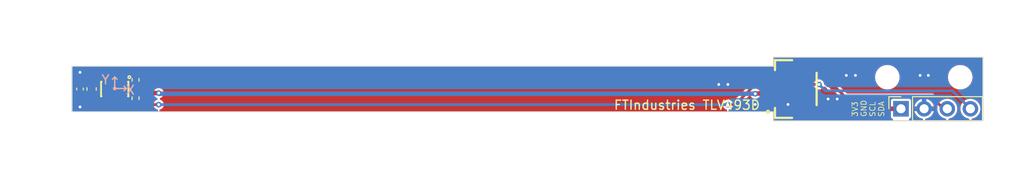
<source format=kicad_pcb>
(kicad_pcb (version 20240108) (generator "pcbnew") (generator_version "8.0")
  (layers (0 "F.Cu" signal) (31 "B.Cu" signal) (34 "B.Paste" user) (35 "F.Paste" user) (36 "B.SilkS" user "B.Silkscreen") (37 "F.SilkS" user "F.Silkscreen") (38 "B.Mask" user) (39 "F.Mask" user) (44 "Edge.Cuts" user))
  (net 0 "")
  (net 1 "+3V3")
  (net 2 "GND")
  (net 3 "/SCL")
  (net 4 "/SDA")
  (footprint "Connector_PinSocket_2.54mm:PinSocket_1x04_P2.54mm_Vertical" (layer "F.Cu") (at 226 109.675 90)
    (property "Reference" "J1" (hide yes))
    (property "Value" "Conn_01x04_Pin")
    (fp_line (start 1.33 -1.33) (end 1.33 0) (stroke (width 0.12)) (layer "F.SilkS"))
    (fp_line (start 0 -1.33) (end 1.33 -1.33) (stroke (width 0.12)) (layer "F.SilkS"))
    (fp_line (start 1.33 1.27) (end 1.33 8.95) (stroke (width 0.12)) (layer "F.SilkS"))
    (fp_line (start -1.33 1.27) (end 1.33 1.27) (stroke (width 0.12)) (layer "F.SilkS"))
    (fp_line (start -1.33 1.27) (end -1.33 8.95) (stroke (width 0.12)) (layer "F.SilkS"))
    (fp_line (start -1.33 8.95) (end 1.33 8.95) (stroke (width 0.12)) (layer "F.SilkS"))
    (pad "1" thru_hole rect (at 0 0 90) (size 1.7 1.7) (drill 1) (layers "*.Cu" "*.Mask") (net 1 "+3V3"))
    (pad "2" thru_hole oval (at 0 2.54 90) (size 1.7 1.7) (drill 1) (layers "*.Cu" "*.Mask") (net 2 "GND"))
    (pad "3" thru_hole oval (at 0 5.08 90) (size 1.7 1.7) (drill 1) (layers "*.Cu" "*.Mask") (net 3 "/SCL"))
    (pad "4" thru_hole oval (at 0 7.62 90) (size 1.7 1.7) (drill 1) (layers "*.Cu" "*.Mask") (net 4 "/SDA"))
  )
  (footprint "MountingHole:MountingHole_2.2mm_M2" (layer "F.Cu") (at 232.5 106.2)
    (property "Reference" "H2" (hide yes))
    (property "Value" "MountingHole")
    (pad "" np_thru_hole circle (at 0 0) (size 2.2 2.2) (drill 2.2) (layers "*.Cu" "*.Mask"))
  )
  (footprint "Capacitor_SMD:C_0402_1005Metric" (layer "F.Cu") (at 135.89 107.5 90)
    (property "Reference" "C2" (hide yes))
    (property "Value" "100n")
    (fp_line (start -0.107836 -0.36) (end 0.107836 -0.36) (stroke (width 0.12)) (layer "F.SilkS"))
    (fp_line (start -0.107836 0.36) (end 0.107836 0.36) (stroke (width 0.12)) (layer "F.SilkS"))
    (pad "1" smd roundrect (at -0.48 0 90) (size 0.56 0.62) (layers "F.Cu" "F.Paste" "F.Mask") (net 1 "+3V3"))
    (pad "2" smd roundrect (at 0.48 0 90) (size 0.56 0.62) (layers "F.Cu" "F.Paste" "F.Mask") (net 2 "GND"))
  )
  (footprint "TLV493D-rod:SOP-6_L3.0-W1.5-P0.95-LS2.5-BR" (layer "F.Cu") (at 139.7 107.5 90)
    (property "Reference" "U1" (hide yes))
    (property "Value" "TLV493D")
    (fp_line (start 0.8 -1.5) (end 0.8 -1.45) (stroke (width 0.2)) (layer "F.SilkS"))
    (fp_line (start -0.8 -1.5) (end 0.8 -1.5) (stroke (width 0.2)) (layer "F.SilkS"))
    (fp_line (start -0.8 -1.45) (end -0.8 -1.5) (stroke (width 0.2)) (layer "F.SilkS"))
    (fp_line (start 0.8 1.45) (end 0.8 1.5) (stroke (width 0.2)) (layer "F.SilkS"))
    (fp_line (start 0.8 1.5) (end -0.8 1.5) (stroke (width 0.2)) (layer "F.SilkS"))
    (fp_line (start -0.8 1.5) (end -0.8 1.45) (stroke (width 0.2)) (layer "F.SilkS"))
    (fp_circle (center 1.3 1.6) (end 1.44 1.6) (stroke (width 0.15)) (fill none) (layer "F.SilkS"))
    (pad "1" smd rect (at 1.2 0.95 270) (size 1.3 0.55) (layers "F.Cu" "F.Paste" "F.Mask") (net 3 "/SCL"))
    (pad "2" smd rect (at 1.2 0 270) (size 1.3 0.55) (layers "F.Cu" "F.Paste" "F.Mask") (net 2 "GND"))
    (pad "3" smd rect (at 1.2 -0.95 270) (size 1.3 0.55) (layers "F.Cu" "F.Paste" "F.Mask") (net 2 "GND"))
    (pad "4" smd rect (at -1.19 -0.95 270) (size 1.3 0.55) (layers "F.Cu" "F.Paste" "F.Mask") (net 1 "+3V3"))
    (pad "5" smd rect (at -1.2 0 270) (size 1.3 0.55) (layers "F.Cu" "F.Paste" "F.Mask") (net 2 "GND"))
    (pad "6" smd rect (at -1.19 0.95 270) (size 1.3 0.55) (layers "F.Cu" "F.Paste" "F.Mask") (net 4 "/SDA"))
  )
  (footprint "MountingHole:MountingHole_2.2mm_M2" (layer "F.Cu") (at 224.5 106.2)
    (property "Reference" "H1" (hide yes))
    (property "Value" "MountingHole")
    (pad "" np_thru_hole circle (at 0 0) (size 2.2 2.2) (drill 2.2) (layers "*.Cu" "*.Mask"))
  )
  (footprint "Resistor_SMD:R_0402_1005Metric" (layer "F.Cu") (at 141.986 108.516 -90)
    (property "Reference" "R2" (hide yes))
    (property "Value" "2.2k")
    (fp_line (start -0.153641 0.38) (end 0.153641 0.38) (stroke (width 0.12)) (layer "F.SilkS"))
    (fp_line (start -0.153641 -0.38) (end 0.153641 -0.38) (stroke (width 0.12)) (layer "F.SilkS"))
    (pad "1" smd roundrect (at -0.51 0 270) (size 0.54 0.64) (layers "F.Cu" "F.Paste" "F.Mask") (net 1 "+3V3"))
    (pad "2" smd roundrect (at 0.51 0 270) (size 0.54 0.64) (layers "F.Cu" "F.Paste" "F.Mask") (net 4 "/SDA"))
  )
  (footprint "Capacitor_SMD:C_0603_1608Metric" (layer "F.Cu") (at 137.16 107.5 90)
    (property "Reference" "C1" (hide yes))
    (property "Value" "1u")
    (fp_line (start -0.14058 -0.51) (end 0.14058 -0.51) (stroke (width 0.12)) (layer "F.SilkS"))
    (fp_line (start -0.14058 0.51) (end 0.14058 0.51) (stroke (width 0.12)) (layer "F.SilkS"))
    (pad "1" smd roundrect (at -0.775 0 90) (size 0.9 0.95) (layers "F.Cu" "F.Paste" "F.Mask") (net 1 "+3V3"))
    (pad "2" smd roundrect (at 0.775 0 90) (size 0.9 0.95) (layers "F.Cu" "F.Paste" "F.Mask") (net 2 "GND"))
  )
  (footprint "Resistor_SMD:R_0402_1005Metric" (layer "F.Cu") (at 141.986 106.484 90)
    (property "Reference" "R1" (hide yes))
    (property "Value" "2.2k")
    (fp_line (start -0.153641 -0.38) (end 0.153641 -0.38) (stroke (width 0.12)) (layer "F.SilkS"))
    (fp_line (start -0.153641 0.38) (end 0.153641 0.38) (stroke (width 0.12)) (layer "F.SilkS"))
    (pad "1" smd roundrect (at -0.51 0 90) (size 0.54 0.64) (layers "F.Cu" "F.Paste" "F.Mask") (net 1 "+3V3"))
    (pad "2" smd roundrect (at 0.51 0 90) (size 0.54 0.64) (layers "F.Cu" "F.Paste" "F.Mask") (net 3 "/SCL"))
  )
  (footprint "TLV493D-rod:CONN-SMD_AFC10-S04QCA-00" (layer "F.Cu") (at 213.68 107.495 90)
    (property "Reference" "CN1" (hide yes))
    (property "Value" "AFC10-S04QCA-00")
    (fp_line (start 3.17 -1.51) (end 3.17 0.37) (stroke (width 0.25)) (layer "F.SilkS"))
    (fp_line (start 2.08 -1.51) (end 3.17 -1.51) (stroke (width 0.25)) (layer "F.SilkS"))
    (fp_line (start -3.18 -1.51) (end -2.09 -1.51) (stroke (width 0.25)) (layer "F.SilkS"))
    (fp_line (start -3.18 0.37) (end -3.18 -1.51) (stroke (width 0.25)) (layer "F.SilkS"))
    (fp_line (start -1.78 3.06) (end 1.77 3.06) (stroke (width 0.25)) (layer "F.SilkS"))
    (fp_circle (center -2.54 -2.28) (end -2.41 -2.28) (stroke (width 0.25)) (fill none) (layer "F.SilkS"))
    (pad "1" smd rect (at -1.5 -1.87 90) (size 0.7 1.75) (layers "F.Cu" "F.Paste" "F.Mask") (net 2 "GND"))
    (pad "2" smd rect (at -0.5 -1.87 90) (size 0.7 1.75) (layers "F.Cu" "F.Paste" "F.Mask") (net 1 "+3V3"))
    (pad "3" smd rect (at 0.5 -1.87 90) (size 0.7 1.75) (layers "F.Cu" "F.Paste" "F.Mask") (net 4 "/SDA"))
    (pad "4" smd rect (at 1.5 -1.87 90) (size 0.7 1.75) (layers "F.Cu" "F.Paste" "F.Mask") (net 3 "/SCL"))
    (pad "5" smd rect (at -2.61 1.87 90) (size 1.2 2.55) (layers "F.Cu" "F.Paste" "F.Mask"))
    (pad "6" smd rect (at 2.61 1.87 90) (size 1.2 2.55) (layers "F.Cu" "F.Paste" "F.Mask"))
  )
  (gr_line (start 140.97 107.442) (end 140.716 107.188) (stroke (width 0.15)) (layer "B.SilkS"))
  (gr_line (start 139.7 107.442) (end 139.7 106.172) (stroke (width 0.15)) (layer "B.SilkS"))
  (gr_line (start 139.7 107.442) (end 140.97 107.442) (stroke (width 0.15)) (layer "B.SilkS"))
  (gr_line (start 140.97 107.442) (end 140.716 107.696) (stroke (width 0.15)) (layer "B.SilkS"))
  (gr_circle (center 139.7 107.442) (end 139.7 107.315) (stroke (width 0.15)) (fill none) (layer "B.SilkS"))
  (gr_line (start 139.7 106.172) (end 139.954 106.426) (stroke (width 0.15)) (layer "B.SilkS"))
  (gr_line (start 139.7 106.172) (end 139.446 106.426) (stroke (width 0.15)) (layer "B.SilkS"))
  (gr_line (start 212 104) (end 235 104) (stroke (width 0.1)) (layer "Edge.Cuts"))
  (gr_line (start 212 105) (end 212 104) (stroke (width 0.1)) (layer "Edge.Cuts"))
  (gr_line (start 235 111) (end 212 111) (stroke (width 0.1)) (layer "Edge.Cuts"))
  (gr_line (start 212 105) (end 135 105) (stroke (width 0.1)) (layer "Edge.Cuts"))
  (gr_line (start 135 110) (end 212 110) (stroke (width 0.1)) (layer "Edge.Cuts"))
  (gr_line (start 135 105) (end 135 110) (stroke (width 0.1)) (layer "Edge.Cuts"))
  (gr_line (start 212 110) (end 212 111) (stroke (width 0.1)) (layer "Edge.Cuts"))
  (gr_line (start 235 111) (end 235 104) (stroke (width 0.1)) (layer "Edge.Cuts"))
  (gr_text "X" (at 141.986 108.204 0) (layer "B.SilkS") (effects (font (size 1 1)) (justify left bottom mirror)))
  (gr_text "Y" (at 139.2174 107.061 0) (layer "B.SilkS") (effects (font (size 1 1)) (justify left bottom mirror)))
  (gr_text "3V3\nGND\nSCL\nSDA" (at 222.4 110.6 90) (layer "F.SilkS") (effects (font (size 0.6 0.6) (thickness 0.08)) (justify left)))
  (gr_text "FTIndustries TLV493D" (at 194.4116 109.855 0) (layer "F.SilkS") (effects (font (size 1 1)) (justify left bottom)))
  (segment (start 141.986 106.994) (end 141.986 107.442) (width 0.5) (layer "F.Cu") (net 1))
  (segment (start 216.095 107.995) (end 217.775 109.675) (width 0.5) (layer "F.Cu") (net 1))
  (segment (start 141.986 106.994) (end 141.505 107.475) (width 0.5) (layer "F.Cu") (net 1))
  (segment (start 141.986 107.442) (end 141.986 108.006) (width 0.5) (layer "F.Cu") (net 1))
  (segment (start 138.75 108.6375) (end 136.5475 108.6375) (width 0.5) (layer "F.Cu") (net 1))
  (segment (start 138.75 108.076472) (end 138.75 108.6375) (width 0.5) (layer "F.Cu") (net 1))
  (segment (start 141.505 107.475) (end 139.351472 107.475) (width 0.5) (layer "F.Cu") (net 1))
  (segment (start 144.526 107.95) (end 142.494 107.95) (width 0.5) (layer "F.Cu") (net 1))
  (segment (start 210.023155 107.995) (end 216.095 107.995) (width 0.5) (layer "F.Cu") (net 1))
  (segment (start 210 108.018155) (end 210.023155 107.995) (width 0.5) (layer "F.Cu") (net 1))
  (segment (start 217.775 109.675) (end 226 109.675) (width 0.5) (layer "F.Cu") (net 1))
  (segment (start 142.494 107.95) (end 141.986 107.442) (width 0.5) (layer "F.Cu") (net 1))
  (segment (start 136.5475 108.6375) (end 135.89 107.98) (width 0.5) (layer "F.Cu") (net 1))
  (segment (start 139.351472 107.475) (end 138.75 108.076472) (width 0.5) (layer "F.Cu") (net 1))
  (via (at 144.526 107.95) (size 0.61) (drill 0.305) (layers "F.Cu" "B.Cu") (net 1))
  (via (at 210 108.018155) (size 0.61) (drill 0.305) (layers "F.Cu" "B.Cu") (net 1))
  (segment (start 210 108.018155) (end 144.594155 108.018155) (width 0.5) (layer "B.Cu") (net 1))
  (segment (start 144.594155 108.018155) (end 144.526 107.95) (width 0.5) (layer "B.Cu") (net 1))
  (via (at 219 108.6) (size 0.61) (drill 0.305) (layers "F.Cu" "B.Cu") (net 2))
  (via (at 229 106) (size 0.61) (drill 0.305) (layers "F.Cu" "B.Cu") (net 2))
  (via (at 221 106) (size 0.61) (drill 0.305) (layers "F.Cu" "B.Cu") (net 2))
  (via (at 135.89 105.664) (size 0.61) (drill 0.305) (layers "F.Cu" "B.Cu") (net 2))
  (via (at 220 106) (size 0.61) (drill 0.305) (layers "F.Cu" "B.Cu") (net 2))
  (via (at 206 107) (size 0.61) (drill 0.305) (layers "F.Cu" "B.Cu") (net 2))
  (via (at 135.89 109.474) (size 0.61) (drill 0.305) (layers "F.Cu" "B.Cu") (net 2))
  (via (at 218 108.6) (size 0.61) (drill 0.305) (layers "F.Cu" "B.Cu") (net 2))
  (via (at 207 107) (size 0.61) (drill 0.305) (layers "F.Cu" "B.Cu") (net 2))
  (via (at 213.6 109.2) (size 0.61) (drill 0.305) (layers "F.Cu" "B.Cu") (net 2))
  (via (at 210 109.2) (size 0.61) (drill 0.305) (layers "F.Cu" "B.Cu") (net 2))
  (via (at 228.1 106) (size 0.61) (drill 0.305) (layers "F.Cu" "B.Cu") (net 2))
  (segment (start 229.4 108.4) (end 230.675 109.675) (width 0.3) (layer "F.Cu") (net 3))
  (segment (start 219.9 108.4) (end 229.4 108.4) (width 0.3) (layer "F.Cu") (net 3))
  (segment (start 218.895 107.395) (end 219.9 108.4) (width 0.3) (layer "F.Cu") (net 3))
  (segment (start 141.986 105.974) (end 216.965 105.974) (width 0.3) (layer "F.Cu") (net 3))
  (segment (start 142.042 105.918) (end 141.986 105.974) (width 0.3) (layer "F.Cu") (net 3))
  (segment (start 216.965 105.974) (end 218.386 107.395) (width 0.3) (layer "F.Cu") (net 3))
  (segment (start 141.986 105.974) (end 141.0385 105.974) (width 0.5) (layer "F.Cu") (net 3))
  (segment (start 218.386 107.395) (end 218.895 107.395) (width 0.3) (layer "F.Cu") (net 3))
  (segment (start 230.675 109.675) (end 231.08 109.675) (width 0.3) (layer "F.Cu") (net 3))
  (segment (start 141.0385 105.974) (end 140.65 106.3625) (width 0.3) (layer "F.Cu") (net 3))
  (segment (start 141.986 109.011894) (end 141.986 109.026) (width 0.3) (layer "F.Cu") (net 4))
  (segment (start 141.0385 109.026) (end 140.65 108.6375) (width 0.3) (layer "F.Cu") (net 4))
  (segment (start 207 109.22) (end 207.7865 109.22) (width 0.3) (layer "F.Cu") (net 4))
  (segment (start 207.7865 109.22) (end 210.0115 106.995) (width 0.3) (layer "F.Cu") (net 4))
  (segment (start 210.0115 106.995) (end 216.986 106.995) (width 0.3) (layer "F.Cu") (net 4))
  (segment (start 216.995 106.995) (end 217 107) (width 0.3) (layer "F.Cu") (net 4))
  (segment (start 141.986 109.026) (end 141.0385 109.026) (width 0.5) (layer "F.Cu") (net 4))
  (segment (start 142.18 109.22) (end 141.986 109.026) (width 0.3) (layer "F.Cu") (net 4))
  (segment (start 216.986 106.995) (end 216.995 106.995) (width 0.3) (layer "F.Cu") (net 4))
  (segment (start 144.526 109.22) (end 142.18 109.22) (width 0.3) (layer "F.Cu") (net 4))
  (via (at 144.526 109.22) (size 0.61) (drill 0.305) (layers "F.Cu" "B.Cu") (net 4))
  (via (at 207 109.22) (size 0.61) (drill 0.305) (layers "F.Cu" "B.Cu") (net 4))
  (via (at 217 107) (size 0.61) (drill 0.305) (layers "F.Cu" "B.Cu") (net 4))
  (segment (start 231.645 107.7) (end 233.62 109.675) (width 0.3) (layer "B.Cu") (net 4))
  (segment (start 217.7 107.7) (end 231.645 107.7) (width 0.3) (layer "B.Cu") (net 4))
  (segment (start 217 107) (end 217.7 107.7) (width 0.3) (layer "B.Cu") (net 4))
  (segment (start 207 109.22) (end 144.526 109.22) (width 0.3) (layer "B.Cu") (net 4))
  (zone (net 2) (net_name "GND") (layers "F&B.Cu") (connect_pads (clearance 0.25)) (min_thickness 0.25) (fill yes (thermal_gap 0.25) (thermal_bridge_width 0.5))
    (polygon (pts (xy 130.048 97.79) (xy 130.048 116.84) (xy 239.522 116.84) (xy 239.522 97.79)))
  )
)
</source>
